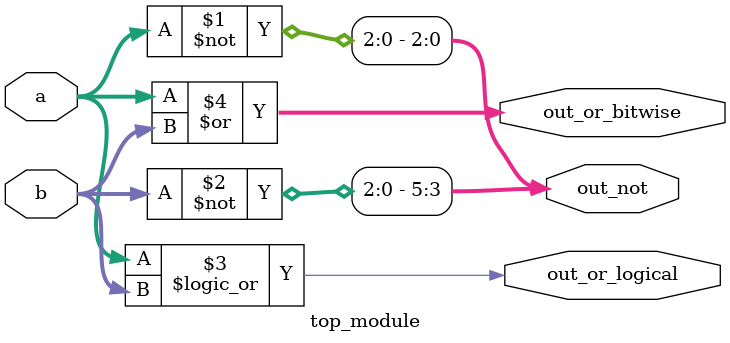
<source format=v>
module top_module( 
    input [2:0] a,
    input [2:0] b,
    output [2:0] out_or_bitwise,
    output out_or_logical,
    output [5:0] out_not
);
    assign {out_or_bitwise,out_or_logical,out_not}={a|b,a||b,{~b,~a}};
    
endmodule

</source>
